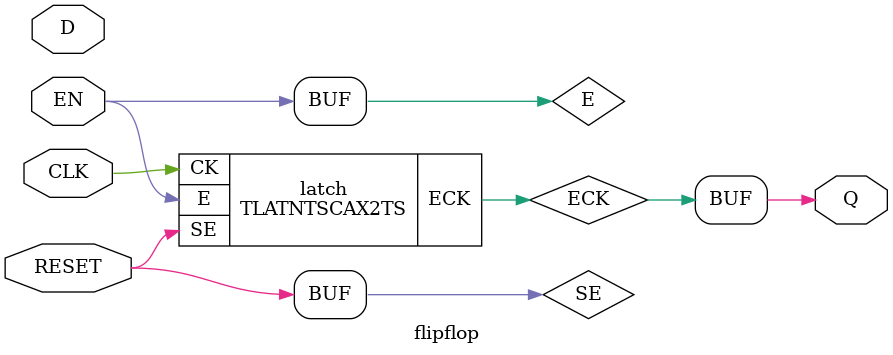
<source format=v>

module TLATNTSCAX2TS (E, SE, CK, ECK);
  input E, SE, CK;
  output ECK;

  assign ECK = SE ? E : ~E;
endmodule
module flipflop (CLK, D, RESET, EN, Q);
  input CLK, D, RESET, EN;
  output Q;

  wire E, SE, ECK;
  TLATNTSCAX2TS latch ( .E(E), .SE(SE), .CK(CLK), .ECK(ECK) );

  assign E = EN;
  assign SE = RESET;
  assign Q = ECK;

  reg SE_REG; initial SE_REG=0; // moved the declaration of SE here
  always @ (posedge CLK) begin
    if (EN) begin
      if (D) begin
        SE_REG <= 1'b0;
      end else begin
        SE_REG <= 1'b1;
      end
    end
  end
endmodule
</source>
